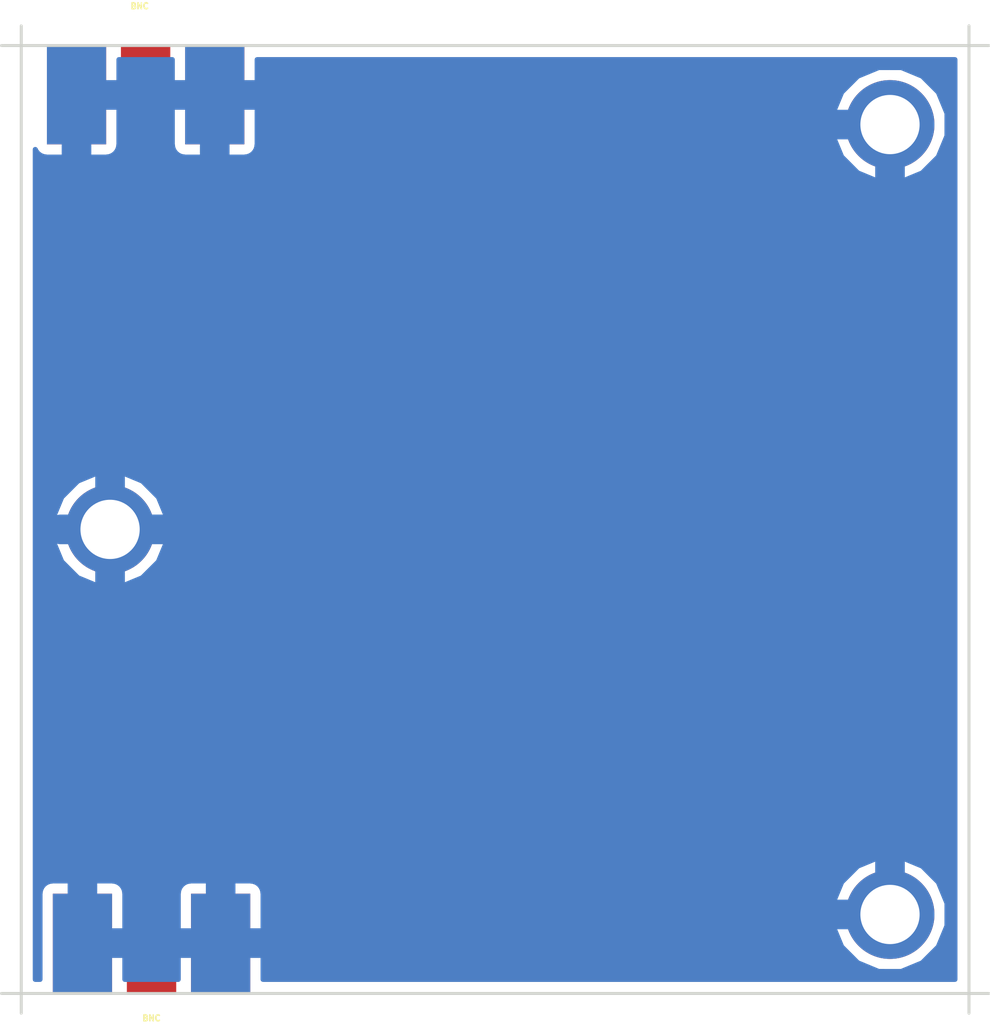
<source format=kicad_pcb>
(kicad_pcb (version 4) (host pcbnew "(2015-05-16 BZR 5655)-product")

  (general
    (links 0)
    (no_connects 0)
    (area 99.924999 33.4775 150.075001 85.6975)
    (thickness 1.6)
    (drawings 5)
    (tracks 27)
    (zones 0)
    (modules 2)
    (nets 1)
  )

  (page A4)
  (layers
    (0 F.Cu signal)
    (31 B.Cu signal hide)
    (32 B.Adhes user)
    (33 F.Adhes user)
    (34 B.Paste user)
    (35 F.Paste user)
    (36 B.SilkS user)
    (37 F.SilkS user)
    (38 B.Mask user)
    (39 F.Mask user hide)
    (40 Dwgs.User user)
    (41 Cmts.User user)
    (42 Eco1.User user)
    (43 Eco2.User user)
    (44 Edge.Cuts user)
    (45 Margin user)
    (46 B.CrtYd user)
    (47 F.CrtYd user)
    (48 B.Fab user)
    (49 F.Fab user)
  )

  (setup
    (last_trace_width 0.25)
    (user_trace_width 1)
    (user_trace_width 1.5)
    (trace_clearance 0.2)
    (zone_clearance 0.508)
    (zone_45_only yes)
    (trace_min 0.2)
    (segment_width 0.1)
    (edge_width 0.15)
    (via_size 0.6)
    (via_drill 0.4)
    (via_min_size 0.4)
    (via_min_drill 0.3)
    (user_via 4.5 3)
    (uvia_size 0.3)
    (uvia_drill 0.1)
    (uvias_allowed no)
    (uvia_min_size 0.2)
    (uvia_min_drill 0.1)
    (pcb_text_width 0.3)
    (pcb_text_size 1.5 1.5)
    (mod_edge_width 0.15)
    (mod_text_size 1 1)
    (mod_text_width 0.15)
    (pad_size 1.524 1.524)
    (pad_drill 0.762)
    (pad_to_mask_clearance 0.2)
    (aux_axis_origin 0 0)
    (visible_elements FFFFFF7F)
    (pcbplotparams
      (layerselection 0x010f0_80000001)
      (usegerberextensions false)
      (excludeedgelayer true)
      (linewidth 0.150000)
      (plotframeref false)
      (viasonmask false)
      (mode 1)
      (useauxorigin false)
      (hpglpennumber 1)
      (hpglpenspeed 20)
      (hpglpendiameter 15)
      (hpglpenoverlay 2)
      (psnegative false)
      (psa4output false)
      (plotreference true)
      (plotvalue true)
      (plotinvisibletext false)
      (padsonsilk false)
      (subtractmaskfromsilk false)
      (outputformat 1)
      (mirror false)
      (drillshape 0)
      (scaleselection 1)
      (outputdirectory gerber/))
  )

  (net 0 "")

  (net_class Default "This is the default net class."
    (clearance 0.2)
    (trace_width 0.25)
    (via_dia 0.6)
    (via_drill 0.4)
    (uvia_dia 0.3)
    (uvia_drill 0.1)
  )

  (module mycomponents:SMA_SIDE (layer F.Cu) (tedit 5570B61C) (tstamp 5570B24F)
    (at 107.3 38.5)
    (fp_text reference P1 (at 0 3.2) (layer F.SilkS) hide
      (effects (font (size 0.3 0.3) (thickness 0.075)))
    )
    (fp_text value BNC (at -0.3 -4.5) (layer F.SilkS)
      (effects (font (size 0.3 0.3) (thickness 0.075)))
    )
    (pad 1 smd rect (at 0 0) (size 2.5 5) (layers F.Cu F.Mask))
    (pad 2 smd rect (at -3.5 0) (size 3 5) (layers *.Mask B.Cu))
    (pad 2 smd rect (at 3.5 0) (size 3 5) (layers F.Cu F.Mask))
    (pad 2 smd rect (at 3.5 0) (size 3 5) (layers *.Mask B.Cu))
    (pad 2 smd rect (at -3.5 0) (size 3 5) (layers F.Cu F.Mask))
    (model lib/SMA_EDGE.wrl
      (at (xyz -0 0.15 0.063))
      (scale (xyz 1.27 1.27 1.27))
      (rotate (xyz 90 0 90))
    )
  )

  (module mycomponents:SMA_SIDE (layer F.Cu) (tedit 551AFA2F) (tstamp 5570B260)
    (at 107.6 81.45)
    (fp_text reference P1 (at 0 3.2) (layer F.SilkS) hide
      (effects (font (size 0.3 0.3) (thickness 0.075)))
    )
    (fp_text value BNC (at 0 3.8) (layer F.SilkS)
      (effects (font (size 0.3 0.3) (thickness 0.075)))
    )
    (pad 1 smd rect (at 0 0) (size 2.5 5) (layers F.Cu F.Mask))
    (pad 2 smd rect (at -3.5 0) (size 3 5) (layers *.Mask B.Cu))
    (pad 2 smd rect (at 3.5 0) (size 3 5) (layers F.Cu F.Mask))
    (pad 2 smd rect (at 3.5 0) (size 3 5) (layers *.Mask B.Cu))
    (pad 2 smd rect (at -3.5 0) (size 3 5) (layers F.Cu F.Mask))
    (model lib/SMA_EDGE.wrl
      (at (xyz -0 0.15 0.063))
      (scale (xyz 1.27 1.27 1.27))
      (rotate (xyz 90 0 90))
    )
  )

  (gr_text "1420 MHz bandpass\nSven Brauch 2015" (at 127.85 40.25) (layer F.Cu)
    (effects (font (size 1.5 1.5) (thickness 0.3)))
  )
  (gr_line (start 101 85) (end 101 35) (angle 90) (layer Edge.Cuts) (width 0.15))
  (gr_line (start 150 84) (end 100 84) (angle 90) (layer Edge.Cuts) (width 0.15))
  (gr_line (start 149 35) (end 149 85) (angle 90) (layer Edge.Cuts) (width 0.15))
  (gr_line (start 100 36) (end 150 36) (angle 90) (layer Edge.Cuts) (width 0.15))

  (segment (start 110.8 38.5) (end 114 38.5) (width 1.5) (layer B.Cu) (net 0))
  (segment (start 110.8 42.3) (end 111 42.5) (width 1.5) (layer B.Cu) (net 0) (tstamp 5570B671))
  (segment (start 110.8 38.5) (end 110.8 42.3) (width 1.5) (layer B.Cu) (net 0))
  (segment (start 107.5 38.5) (end 110.8 38.5) (width 1.5) (layer B.Cu) (net 0))
  (segment (start 103.8 38.5) (end 107.5 38.5) (width 1.5) (layer B.Cu) (net 0))
  (segment (start 103.8 42.3) (end 104 42.5) (width 1.5) (layer B.Cu) (net 0) (tstamp 5570B678))
  (segment (start 103.8 38.5) (end 103.8 42.3) (width 1.5) (layer B.Cu) (net 0))
  (segment (start 105.5 60.5) (end 105.5 54) (width 1.5) (layer B.Cu) (net 0))
  (segment (start 110.5 60.5) (end 105.5 60.5) (width 1.5) (layer B.Cu) (net 0))
  (segment (start 105.5 60.5) (end 105.5 64.5) (width 1.5) (layer B.Cu) (net 0))
  (via (at 105.5 60.5) (size 4.5) (drill 3) (layers F.Cu B.Cu) (net 0))
  (segment (start 105.5 60.5) (end 103 60.5) (width 1.5) (layer B.Cu) (net 0))
  (segment (start 104.1 77.6) (end 104 77.5) (width 1.5) (layer B.Cu) (net 0) (tstamp 5570B683))
  (segment (start 104.1 81.45) (end 104.1 77.6) (width 1.5) (layer B.Cu) (net 0))
  (segment (start 111.1 81.45) (end 104.1 81.45) (width 1.5) (layer B.Cu) (net 0))
  (segment (start 114.45 81.45) (end 114.5 81.5) (width 1.5) (layer B.Cu) (net 0) (tstamp 5570B688))
  (segment (start 111.1 81.45) (end 114.45 81.45) (width 1.5) (layer B.Cu) (net 0))
  (segment (start 111.1 77.6) (end 111 77.5) (width 1.5) (layer B.Cu) (net 0) (tstamp 5570B68B))
  (segment (start 111.1 81.45) (end 111.1 77.6) (width 1.5) (layer B.Cu) (net 0))
  (segment (start 142 40) (end 141.5 40.5) (width 1.5) (layer B.Cu) (net 0) (tstamp 5570B691))
  (segment (start 145 40) (end 145 45.5) (width 1.5) (layer B.Cu) (net 0))
  (via (at 145 40) (size 4.5) (drill 3) (layers F.Cu B.Cu) (net 0))
  (segment (start 145.5 46) (end 145 45.5) (width 1.5) (layer B.Cu) (net 0) (tstamp 5570B68E))
  (segment (start 145 40) (end 142 40) (width 1.5) (layer B.Cu) (net 0))
  (segment (start 145 80) (end 145 75) (width 1.5) (layer B.Cu) (net 0))
  (via (at 145 80) (size 4.5) (drill 3) (layers F.Cu B.Cu) (net 0))
  (segment (start 140.5 80) (end 145 80) (width 1.5) (layer B.Cu) (net 0))

  (zone (net 0) (net_name "") (layer F.Cu) (tstamp 5570AB94) (hatch edge 0.508)
    (connect_pads (clearance 0.508))
    (min_thickness 0.254)
    (fill yes (arc_segments 16) (thermal_gap 0.508) (thermal_bridge_width 0.508))
    (polygon
      (pts
        (xy 145.4 70.25) (xy 142.6 73.05) (xy 114.6 73.05) (xy 113.1 73.05) (xy 113.1 70.25)
        (xy 114.6 70.25) (xy 142.6 70.25) (xy 142.6 68.25) (xy 114.6 68.25) (xy 113.1 68.25)
        (xy 113.1 65.45) (xy 114.6 65.45) (xy 142.6 65.45) (xy 145.4 68.25) (xy 145.4 70.25)
      )
    )
    (filled_polygon
      (pts
        (xy 145.273 70.197395) (xy 142.547395 72.923) (xy 114.6 72.923) (xy 113.227 72.923) (xy 113.227 70.377)
        (xy 114.6 70.377) (xy 142.727 70.377) (xy 142.727 68.123) (xy 114.6 68.123) (xy 113.227 68.123)
        (xy 113.227 65.577) (xy 114.6 65.577) (xy 142.547395 65.577) (xy 145.273 68.302605) (xy 145.273 70.197395)
      )
    )
  )
  (zone (net 0) (net_name "") (layer F.Cu) (tstamp 5570AC52) (hatch edge 0.508)
    (connect_pads (clearance 0.508))
    (min_thickness 0.254)
    (fill yes (arc_segments 16) (thermal_gap 0.508) (thermal_bridge_width 0.508))
    (polygon
      (pts
        (xy 144.1 64.15) (xy 142.6 64.15) (xy 114.6 64.15) (xy 111.8 61.35) (xy 111.8 59.35)
        (xy 114.6 56.55) (xy 142.6 56.55) (xy 144.1 56.55) (xy 144.1 59.35) (xy 142.6 59.35)
        (xy 114.6 59.35) (xy 114.6 61.35) (xy 142.6 61.35) (xy 144.1 61.35) (xy 144.1 64.15)
      )
    )
    (filled_polygon
      (pts
        (xy 143.973 64.023) (xy 142.6 64.023) (xy 114.652605 64.023) (xy 111.927 61.297395) (xy 111.927 59.402605)
        (xy 114.652605 56.677) (xy 142.6 56.677) (xy 143.973 56.677) (xy 143.973 59.223) (xy 142.6 59.223)
        (xy 114.473 59.223) (xy 114.473 61.477) (xy 142.6 61.477) (xy 143.973 61.477) (xy 143.973 64.023)
      )
    )
  )
  (zone (net 0) (net_name "") (layer F.Cu) (tstamp 5570AC57) (hatch edge 0.508)
    (connect_pads (clearance 0.508))
    (min_thickness 0.254)
    (fill yes (arc_segments 16) (thermal_gap 0.508) (thermal_bridge_width 0.508))
    (polygon
      (pts
        (xy 145.4 52.45) (xy 142.6 55.25) (xy 114.6 55.25) (xy 113.1 55.25) (xy 113.1 52.45)
        (xy 114.6 52.45) (xy 142.6 52.45) (xy 142.6 50.45) (xy 114.6 50.45) (xy 113.1 50.45)
        (xy 113.1 47.65) (xy 114.6 47.65) (xy 142.6 47.65) (xy 145.4 50.45) (xy 145.4 52.45)
      )
    )
    (filled_polygon
      (pts
        (xy 145.273 52.397395) (xy 142.547395 55.123) (xy 114.6 55.123) (xy 113.227 55.123) (xy 113.227 52.577)
        (xy 114.6 52.577) (xy 142.727 52.577) (xy 142.727 50.323) (xy 114.6 50.323) (xy 113.227 50.323)
        (xy 113.227 47.777) (xy 114.6 47.777) (xy 142.547395 47.777) (xy 145.273 50.502605) (xy 145.273 52.397395)
      )
    )
  )
  (zone (net 0) (net_name "") (layer F.Cu) (tstamp 5570ACBD) (hatch edge 0.508)
    (connect_pads (clearance 0.508))
    (min_thickness 0.254)
    (fill yes (arc_segments 16) (thermal_gap 0.508) (thermal_bridge_width 0.508))
    (polygon
      (pts
        (xy 142.6 75.1) (xy 108.5 75.1) (xy 108.5 79) (xy 106.75 79) (xy 106.75 75.1)
        (xy 107.65 74.2) (xy 108.5 73.3) (xy 142.6 73.3)
      )
    )
    (filled_polygon
      (pts
        (xy 142.473 74.973) (xy 108.373 74.973) (xy 108.373 78.873) (xy 106.877 78.873) (xy 106.877 75.152605)
        (xy 107.741085 74.28852) (xy 108.554743 73.427) (xy 142.473 73.427) (xy 142.473 74.973)
      )
    )
  )
  (zone (net 0) (net_name "") (layer F.Cu) (tstamp 5570ACF8) (hatch edge 0.508)
    (connect_pads (clearance 0.508))
    (min_thickness 0.254)
    (fill yes (arc_segments 16) (thermal_gap 0.508) (thermal_bridge_width 0.508))
    (polygon
      (pts
        (xy 142.6 47.4) (xy 108.25 47.4) (xy 107.35 46.45) (xy 106.5 45.6) (xy 106.5 40.6)
        (xy 108.25 40.6) (xy 108.25 45.6) (xy 142.6 45.6)
      )
    )
    (filled_polygon
      (pts
        (xy 142.473 47.273) (xy 108.304627 47.273) (xy 107.441016 46.361411) (xy 106.627 45.547395) (xy 106.627 40.727)
        (xy 108.123 40.727) (xy 108.123 45.727) (xy 142.473 45.727) (xy 142.473 47.273)
      )
    )
  )
  (zone (net 0) (net_name "") (layer F.Mask) (tstamp 5570B60F) (hatch edge 0.508)
    (connect_pads (clearance 0.508))
    (min_thickness 0.254)
    (fill yes (arc_segments 16) (thermal_gap 0.508) (thermal_bridge_width 0.508))
    (polygon
      (pts
        (xy 101 36) (xy 149 36) (xy 149 84) (xy 101 84)
      )
    )
    (filled_polygon
      (pts
        (xy 148.873 83.873) (xy 101.127 83.873) (xy 101.127 36.127) (xy 148.873 36.127) (xy 148.873 83.873)
      )
    )
  )
  (zone (net 0) (net_name "") (layer B.Cu) (tstamp 5570B629) (hatch edge 0.508)
    (connect_pads (clearance 0.508))
    (min_thickness 0.254)
    (fill yes (arc_segments 16) (thermal_gap 0.508) (thermal_bridge_width 0.508))
    (polygon
      (pts
        (xy 101 36) (xy 149 36) (xy 149 84) (xy 101 84)
      )
    )
    (filled_polygon
      (pts
        (xy 148.29 83.29) (xy 147.885499 83.29) (xy 147.885499 79.428656) (xy 147.885499 39.428656) (xy 147.44721 38.367914)
        (xy 146.636355 37.555643) (xy 145.57638 37.115502) (xy 144.428656 37.114501) (xy 143.367914 37.55279) (xy 142.555643 38.363645)
        (xy 142.115502 39.42362) (xy 142.114501 40.571344) (xy 142.55279 41.632086) (xy 143.363645 42.444357) (xy 144.42362 42.884498)
        (xy 145.571344 42.885499) (xy 146.632086 42.44721) (xy 147.444357 41.636355) (xy 147.884498 40.57638) (xy 147.885499 39.428656)
        (xy 147.885499 79.428656) (xy 147.44721 78.367914) (xy 146.636355 77.555643) (xy 145.57638 77.115502) (xy 144.428656 77.114501)
        (xy 143.367914 77.55279) (xy 142.555643 78.363645) (xy 142.115502 79.42362) (xy 142.114501 80.571344) (xy 142.55279 81.632086)
        (xy 143.363645 82.444357) (xy 144.42362 82.884498) (xy 145.571344 82.885499) (xy 146.632086 82.44721) (xy 147.444357 81.636355)
        (xy 147.884498 80.57638) (xy 147.885499 79.428656) (xy 147.885499 83.29) (xy 113.24744 83.29) (xy 113.24744 78.95)
        (xy 113.235 78.885883) (xy 113.235 78.82369) (xy 113.2123 78.768888) (xy 113.200463 78.707877) (xy 113.164098 78.652518)
        (xy 113.138327 78.590301) (xy 113.09432 78.546294) (xy 113.060673 78.495073) (xy 113.006594 78.458569) (xy 112.959698 78.411673)
        (xy 112.901259 78.387467) (xy 112.84964 78.352623) (xy 112.786635 78.339987) (xy 112.726309 78.315) (xy 112.662032 78.315)
        (xy 112.6 78.30256) (xy 109.6 78.30256) (xy 109.535883 78.315) (xy 109.473691 78.315) (xy 109.41889 78.337699)
        (xy 109.357877 78.349537) (xy 109.302517 78.385902) (xy 109.240302 78.411673) (xy 109.196295 78.455679) (xy 109.145073 78.489327)
        (xy 109.10857 78.543403) (xy 109.061673 78.590301) (xy 109.037466 78.648741) (xy 109.002623 78.70036) (xy 108.989988 78.763362)
        (xy 108.965 78.82369) (xy 108.965 78.887967) (xy 108.95256 78.95) (xy 108.95256 83.29) (xy 108.385499 83.29)
        (xy 108.385499 59.928656) (xy 107.94721 58.867914) (xy 107.136355 58.055643) (xy 106.07638 57.615502) (xy 104.928656 57.614501)
        (xy 103.867914 58.05279) (xy 103.055643 58.863645) (xy 102.615502 59.92362) (xy 102.614501 61.071344) (xy 103.05279 62.132086)
        (xy 103.863645 62.944357) (xy 104.92362 63.384498) (xy 106.071344 63.385499) (xy 107.132086 62.94721) (xy 107.944357 62.136355)
        (xy 108.384498 61.07638) (xy 108.385499 59.928656) (xy 108.385499 83.29) (xy 106.24744 83.29) (xy 106.24744 78.95)
        (xy 106.235 78.885883) (xy 106.235 78.82369) (xy 106.2123 78.768888) (xy 106.200463 78.707877) (xy 106.164098 78.652518)
        (xy 106.138327 78.590301) (xy 106.09432 78.546294) (xy 106.060673 78.495073) (xy 106.006594 78.458569) (xy 105.959698 78.411673)
        (xy 105.901259 78.387467) (xy 105.84964 78.352623) (xy 105.786635 78.339987) (xy 105.726309 78.315) (xy 105.662032 78.315)
        (xy 105.6 78.30256) (xy 102.6 78.30256) (xy 102.535883 78.315) (xy 102.473691 78.315) (xy 102.41889 78.337699)
        (xy 102.357877 78.349537) (xy 102.302517 78.385902) (xy 102.240302 78.411673) (xy 102.196295 78.455679) (xy 102.145073 78.489327)
        (xy 102.10857 78.543403) (xy 102.061673 78.590301) (xy 102.037466 78.648741) (xy 102.002623 78.70036) (xy 101.989988 78.763362)
        (xy 101.965 78.82369) (xy 101.965 78.887967) (xy 101.95256 78.95) (xy 101.95256 83.29) (xy 101.71 83.29)
        (xy 101.71 41.25805) (xy 101.735901 41.297481) (xy 101.761673 41.359699) (xy 101.805679 41.403705) (xy 101.839327 41.454927)
        (xy 101.893405 41.49143) (xy 101.940302 41.538327) (xy 101.99874 41.562532) (xy 102.05036 41.597377) (xy 102.113364 41.610012)
        (xy 102.173691 41.635) (xy 102.237967 41.635) (xy 102.3 41.64744) (xy 105.3 41.64744) (xy 105.364116 41.635)
        (xy 105.426309 41.635) (xy 105.481109 41.6123) (xy 105.542123 41.600463) (xy 105.597482 41.564097) (xy 105.659698 41.538327)
        (xy 105.703704 41.49432) (xy 105.754927 41.460673) (xy 105.791429 41.406596) (xy 105.838327 41.359699) (xy 105.862533 41.301258)
        (xy 105.897377 41.24964) (xy 105.910011 41.186637) (xy 105.935 41.12631) (xy 105.935 41.062032) (xy 105.94744 41)
        (xy 105.94744 36.71) (xy 108.65256 36.71) (xy 108.65256 41) (xy 108.665 41.064116) (xy 108.665 41.12631)
        (xy 108.687699 41.181111) (xy 108.699537 41.242123) (xy 108.735901 41.297481) (xy 108.761673 41.359699) (xy 108.805679 41.403705)
        (xy 108.839327 41.454927) (xy 108.893405 41.49143) (xy 108.940302 41.538327) (xy 108.99874 41.562532) (xy 109.05036 41.597377)
        (xy 109.113364 41.610012) (xy 109.173691 41.635) (xy 109.237967 41.635) (xy 109.3 41.64744) (xy 112.3 41.64744)
        (xy 112.364116 41.635) (xy 112.426309 41.635) (xy 112.481109 41.6123) (xy 112.542123 41.600463) (xy 112.597482 41.564097)
        (xy 112.659698 41.538327) (xy 112.703704 41.49432) (xy 112.754927 41.460673) (xy 112.791429 41.406596) (xy 112.838327 41.359699)
        (xy 112.862533 41.301258) (xy 112.897377 41.24964) (xy 112.910011 41.186637) (xy 112.935 41.12631) (xy 112.935 41.062032)
        (xy 112.94744 41) (xy 112.94744 36.71) (xy 148.29 36.71) (xy 148.29 83.29)
      )
    )
  )
)

</source>
